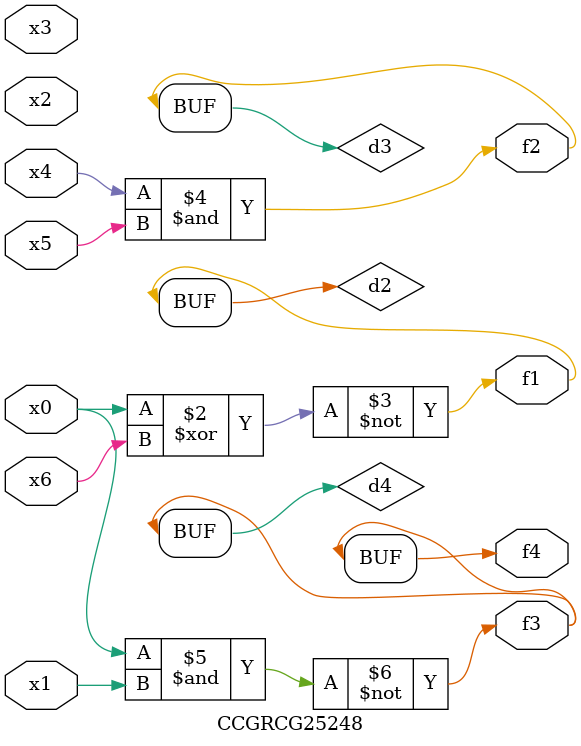
<source format=v>
module CCGRCG25248(
	input x0, x1, x2, x3, x4, x5, x6,
	output f1, f2, f3, f4
);

	wire d1, d2, d3, d4;

	nor (d1, x0);
	xnor (d2, x0, x6);
	and (d3, x4, x5);
	nand (d4, x0, x1);
	assign f1 = d2;
	assign f2 = d3;
	assign f3 = d4;
	assign f4 = d4;
endmodule

</source>
